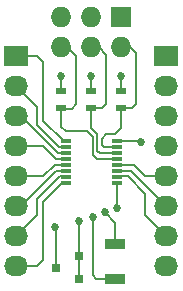
<source format=gbr>
G04 #@! TF.FileFunction,Copper,L1,Top,Signal*
%FSLAX46Y46*%
G04 Gerber Fmt 4.6, Leading zero omitted, Abs format (unit mm)*
G04 Created by KiCad (PCBNEW no-vcs-found-product) date Wed 15 Jul 2015 01:59:35 AM PDT*
%MOMM*%
G01*
G04 APERTURE LIST*
%ADD10C,0.100000*%
%ADD11R,1.700000X0.900000*%
%ADD12R,1.727200X1.727200*%
%ADD13O,1.727200X1.727200*%
%ADD14R,2.032000X1.727200*%
%ADD15O,2.032000X1.727200*%
%ADD16R,0.800100X0.800100*%
%ADD17R,0.900000X0.500000*%
%ADD18R,0.889000X0.305000*%
%ADD19C,0.685800*%
%ADD20C,0.203200*%
G04 APERTURE END LIST*
D10*
D11*
X143002000Y-113210000D03*
X143002000Y-110310000D03*
D12*
X143510000Y-91059000D03*
D13*
X143510000Y-93599000D03*
X140970000Y-91059000D03*
X140970000Y-93599000D03*
X138430000Y-91059000D03*
X138430000Y-93599000D03*
D14*
X134620000Y-94361000D03*
D15*
X134620000Y-96901000D03*
X134620000Y-99441000D03*
X134620000Y-101981000D03*
X134620000Y-104521000D03*
X134620000Y-107061000D03*
X134620000Y-109601000D03*
X134620000Y-112141000D03*
D14*
X147320000Y-94361000D03*
D15*
X147320000Y-96901000D03*
X147320000Y-99441000D03*
X147320000Y-101981000D03*
X147320000Y-104521000D03*
X147320000Y-107061000D03*
X147320000Y-109601000D03*
X147320000Y-112141000D03*
D16*
X139938760Y-113218000D03*
X139938760Y-111318000D03*
X137939780Y-112268000D03*
D17*
X143510000Y-97294000D03*
X143510000Y-98794000D03*
X140970000Y-97294000D03*
X140970000Y-98794000D03*
X138430000Y-97294000D03*
X138430000Y-98794000D03*
D18*
X143132200Y-105076400D03*
X143132200Y-104576400D03*
X143132200Y-104076400D03*
X143132200Y-103576400D03*
X143132200Y-103076400D03*
X143132200Y-102576400D03*
X143132200Y-102076400D03*
X138792200Y-105076400D03*
X138792200Y-104576400D03*
X138792200Y-104076400D03*
X138792200Y-103576400D03*
X138792200Y-103076400D03*
X138792200Y-102576400D03*
X138792200Y-101576400D03*
X138792200Y-102076400D03*
X143132200Y-101576400D03*
D19*
X145161000Y-101600000D03*
X138430000Y-96012000D03*
X140970000Y-96012000D03*
X143510000Y-96012000D03*
X142113000Y-107569000D03*
X141097000Y-107950000D03*
X139954000Y-108331000D03*
X137922000Y-108839000D03*
X143129000Y-107188000D03*
D20*
X145137400Y-101576400D02*
X143132200Y-101576400D01*
X145161000Y-101600000D02*
X145137400Y-101576400D01*
X138430000Y-96012000D02*
X138430000Y-97294000D01*
X140970000Y-96012000D02*
X140970000Y-97294000D01*
X143510000Y-96012000D02*
X143510000Y-97294000D01*
X143310000Y-104051000D02*
X144310000Y-104051000D01*
X144310000Y-104051000D02*
X147320000Y-107061000D01*
X143310000Y-104551000D02*
X144048000Y-104551000D01*
X145542000Y-107823000D02*
X147320000Y-109601000D01*
X145542000Y-106045000D02*
X145542000Y-107823000D01*
X144048000Y-104551000D02*
X145542000Y-106045000D01*
X134620000Y-94361000D02*
X136398000Y-94361000D01*
X136906000Y-99822000D02*
X138660400Y-101576400D01*
X136906000Y-94869000D02*
X136906000Y-99822000D01*
X136398000Y-94361000D02*
X136906000Y-94869000D01*
X138660400Y-101576400D02*
X138792200Y-101576400D01*
X143002000Y-108458000D02*
X143002000Y-110310000D01*
X142113000Y-107569000D02*
X143002000Y-108458000D01*
X138792200Y-102076400D02*
X138271400Y-102076400D01*
X136398000Y-98679000D02*
X134620000Y-96901000D01*
X136398000Y-100203000D02*
X136398000Y-98679000D01*
X138271400Y-102076400D02*
X136398000Y-100203000D01*
X141404000Y-113210000D02*
X143002000Y-113210000D01*
X141097000Y-112903000D02*
X141404000Y-113210000D01*
X141097000Y-107950000D02*
X141097000Y-112903000D01*
X139938760Y-111318000D02*
X139938760Y-113218000D01*
X139938760Y-108346240D02*
X139938760Y-111318000D01*
X139954000Y-108331000D02*
X139938760Y-108346240D01*
X138970000Y-102551000D02*
X138111000Y-102551000D01*
X138111000Y-102551000D02*
X135001000Y-99441000D01*
X137939780Y-108856780D02*
X137939780Y-112268000D01*
X137922000Y-108839000D02*
X137939780Y-108856780D01*
X138970000Y-103051000D02*
X137976000Y-103051000D01*
X136906000Y-101981000D02*
X134620000Y-101981000D01*
X137976000Y-103051000D02*
X136906000Y-101981000D01*
X143132200Y-105076400D02*
X143132200Y-107184800D01*
X143132200Y-107184800D02*
X143129000Y-107188000D01*
X143310000Y-103551000D02*
X144572000Y-103551000D01*
X145542000Y-104521000D02*
X147320000Y-104521000D01*
X144572000Y-103551000D02*
X145542000Y-104521000D01*
X138970000Y-105051000D02*
X138535000Y-105051000D01*
X138535000Y-105051000D02*
X136906000Y-106680000D01*
X136906000Y-106680000D02*
X136906000Y-111633000D01*
X136906000Y-111633000D02*
X136398000Y-112141000D01*
X136398000Y-112141000D02*
X134620000Y-112141000D01*
X138970000Y-104551000D02*
X138273000Y-104551000D01*
X136398000Y-107823000D02*
X134620000Y-109601000D01*
X136398000Y-106426000D02*
X136398000Y-107823000D01*
X138273000Y-104551000D02*
X136398000Y-106426000D01*
X138970000Y-104051000D02*
X138011000Y-104051000D01*
X138011000Y-104051000D02*
X135001000Y-107061000D01*
X135001000Y-107061000D02*
X134620000Y-107061000D01*
X138970000Y-103551000D02*
X137876000Y-103551000D01*
X136906000Y-104521000D02*
X134620000Y-104521000D01*
X137876000Y-103551000D02*
X136906000Y-104521000D01*
X143510000Y-93599000D02*
X144272000Y-93599000D01*
X144272000Y-93599000D02*
X144780000Y-94107000D01*
X144780000Y-94107000D02*
X144780000Y-98425000D01*
X144780000Y-98425000D02*
X144411000Y-98794000D01*
X144411000Y-98794000D02*
X143510000Y-98794000D01*
X143510000Y-98794000D02*
X143510000Y-100457000D01*
X142081400Y-102076400D02*
X143132200Y-102076400D01*
X141859000Y-101854000D02*
X142081400Y-102076400D01*
X141859000Y-101346000D02*
X141859000Y-101854000D01*
X142240000Y-100965000D02*
X141859000Y-101346000D01*
X143002000Y-100965000D02*
X142240000Y-100965000D01*
X143510000Y-100457000D02*
X143002000Y-100965000D01*
X140970000Y-93599000D02*
X141605000Y-93599000D01*
X141605000Y-93599000D02*
X142240000Y-94234000D01*
X142240000Y-94234000D02*
X142240000Y-98425000D01*
X142240000Y-98425000D02*
X141871000Y-98794000D01*
X141871000Y-98794000D02*
X140970000Y-98794000D01*
X140970000Y-98794000D02*
X140970000Y-100457000D01*
X141692400Y-102576400D02*
X143132200Y-102576400D01*
X141478000Y-102362000D02*
X141692400Y-102576400D01*
X141478000Y-100965000D02*
X141478000Y-102362000D01*
X140970000Y-100457000D02*
X141478000Y-100965000D01*
X138430000Y-93599000D02*
X138938000Y-93599000D01*
X138938000Y-93599000D02*
X139700000Y-94361000D01*
X139319000Y-98806000D02*
X138442000Y-98806000D01*
X139700000Y-98425000D02*
X139319000Y-98806000D01*
X139700000Y-94361000D02*
X139700000Y-98425000D01*
X138442000Y-98806000D02*
X138430000Y-98794000D01*
X138442000Y-98806000D02*
X138430000Y-98794000D01*
X138430000Y-98794000D02*
X138430000Y-100330000D01*
X141430400Y-103076400D02*
X143132200Y-103076400D01*
X141097000Y-102743000D02*
X141430400Y-103076400D01*
X141097000Y-101219000D02*
X141097000Y-102743000D01*
X140589000Y-100711000D02*
X141097000Y-101219000D01*
X138811000Y-100711000D02*
X140589000Y-100711000D01*
X138430000Y-100330000D02*
X138811000Y-100711000D01*
M02*

</source>
